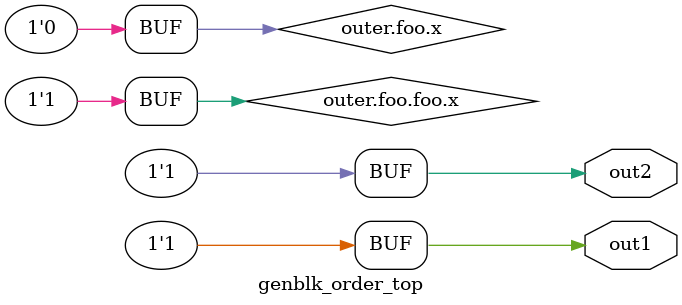
<source format=v>
/* Generated by Yosys 0.62+39 (git sha1 131911291-dirty, g++ 11.4.0-1ubuntu1~22.04.2 -Og -fPIC) */

(* top =  1  *)
(* src = "dut.sv:2.1-18.10" *)
module genblk_order_top(out1, out2);
  (* src = "dut.sv:3.14-3.18" *)
  output out1;
  wire out1;
  (* src = "dut.sv:4.14-4.18" *)
  output out2;
  wire out2;
  (* src = "dut.sv:11.11-11.12" *)
  wire \outer.foo.foo.x ;
  (* src = "dut.sv:9.10-9.11" *)
  wire \outer.foo.x ;
  assign \outer.foo.foo.x  = 1'h1;
  assign \outer.foo.x  = 1'h0;
  assign out2 = 1'h1;
  assign out1 = 1'h1;
endmodule

</source>
